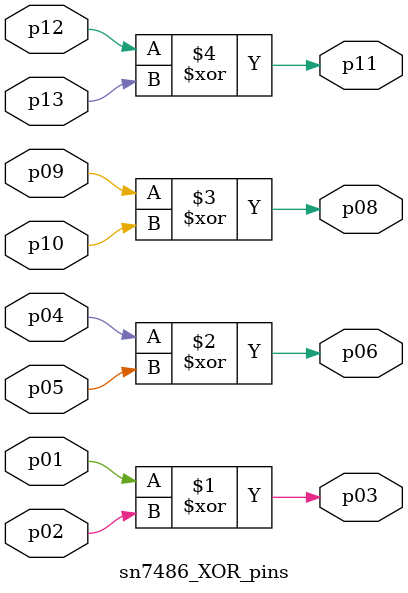
<source format=v>

module sn7474_DFF_pins(
    input p01,
    input p02,
    input p03,
    input p04,
    output reg p05,
    output reg p06,
    output reg p08,
    output reg p09,
    input p10,
    input p11,
    input p12,
    input p13
);
    always @ (posedge p03 or negedge p01 or negedge p04) begin
        if(!p01) begin
            p05 <= 0;
            p06 <= 1;
        end else if (!p04) begin
            p05 <= 1;
            p06 <= 0;
        end else begin
            p05 <= p02;
            p06 <= ~p02;
        end 
    end

    always @ (posedge p11 or negedge p13 or negedge p10) begin
        if(!p13) begin
            p09 <= 0;
            p08 <= 1;
        end else if (!p10) begin
            p09 <= 1;
            p08 <= 0;
        end else begin
            p09 <= p12;
            p08 <= ~p12;
        end 
    end
endmodule

module sn7408_AND_pins(
    input p01,
    input p02,
    output p03,
    input p04,
    input p05,
    output p06,
    output p08,
    input p09,
    input p10,
    output p11,
    input p12,
    input p13
);
    assign p03 = p01 & p02;
    assign p06 = p04 & p05;
    assign p08 = p09 & p10;
    assign p11 = p12 & p13;
endmodule

module sn7432_OR_pins(
    input p01,
    input p02,
    output p03,
    input p04,
    input p05,
    output p06,
    output p08,
    input p09,
    input p10,
    output p11,
    input p12,
    input p13
);
    assign p03 = p01 | p02;
    assign p06 = p04 | p05;
    assign p08 = p09 | p10;
    assign p11 = p12 | p13;
endmodule

module sn74153_MUX_pins(
    
);

endmodule

module sn7404_NOT_pins(
    input p01,
    output p02,
    input p03,
    output p04,
    input p05,
    output p06,
    output p08,
    input p09,
    output p10,
    input p11,
    output p12,
    input p13
);
    assign p02 = ~p01;
    assign p04 = ~p03;
    assign p06 = ~p05;
    assign p08 = ~p09;
    assign p10 = ~p11;
    assign p12 = ~p13;
endmodule

module sn7410_NAND_pins(
    input p01,
    input p02,
    input p03,
    input p04,
    input p05,
    output p06,
    output p08,
    input p09,
    input p10,
    input p11,
    output p12,
    input p13
);
    assign p12 = ~(p01 & p02 & p13);
    assign p06 = ~(p03 & p04 & p05);
    assign p08 = ~(p09 & p10 & p11);
endmodule

module sn7486_XOR_pins(
    input p01,
    input p02,
    output p03,
    input p04,
    input p05,
    output p06,
    output p08,
    input p09,
    input p10,
    output p11,
    input p12,
    input p13
);
    assign p03 = p01 ^ p02;
    assign p06 = p04 ^ p05;
    assign p08 = p09 ^ p10;
    assign p11 = p12 ^ p13;
endmodule
</source>
